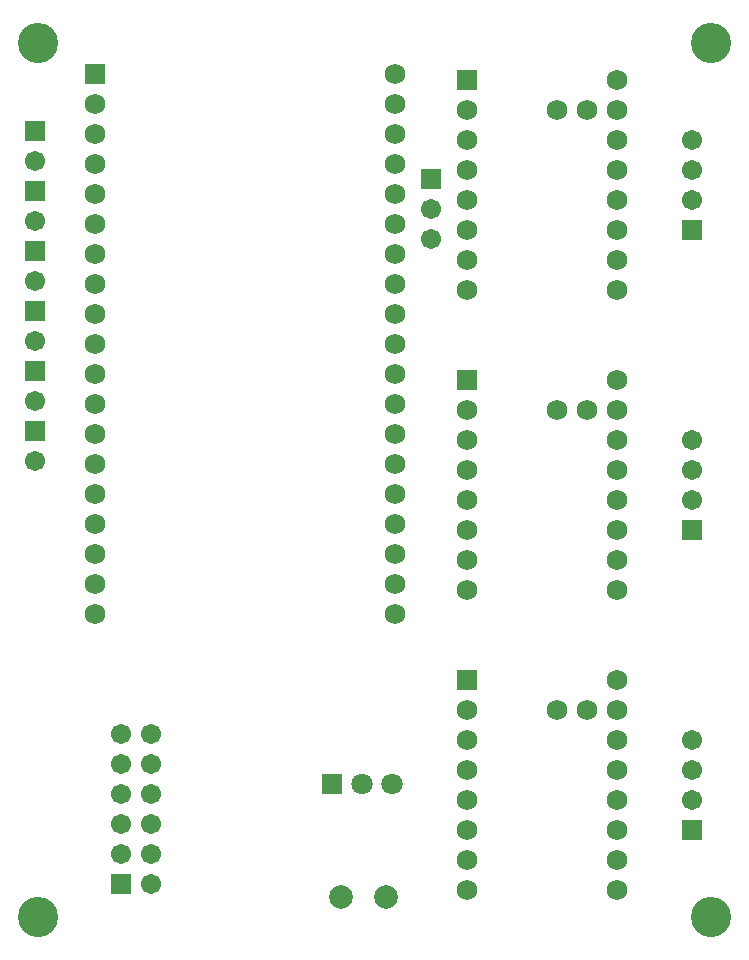
<source format=gbs>
G04*
G04 #@! TF.GenerationSoftware,Altium Limited,Altium Designer,19.1.8 (144)*
G04*
G04 Layer_Color=16711935*
%FSLAX43Y43*%
%MOMM*%
G71*
G01*
G75*
%ADD40C,1.733*%
%ADD41R,1.733X1.733*%
%ADD42C,1.703*%
%ADD43R,1.703X1.703*%
%ADD44C,1.803*%
%ADD45R,1.803X1.803*%
%ADD46C,2.003*%
%ADD47C,3.403*%
D40*
X142240Y117084D02*
D03*
Y114544D02*
D03*
Y112004D02*
D03*
Y109464D02*
D03*
Y106924D02*
D03*
Y104384D02*
D03*
Y101844D02*
D03*
Y99304D02*
D03*
Y96764D02*
D03*
Y94224D02*
D03*
Y91684D02*
D03*
Y89144D02*
D03*
Y86604D02*
D03*
Y84064D02*
D03*
Y81524D02*
D03*
Y78984D02*
D03*
Y76444D02*
D03*
Y73904D02*
D03*
Y71364D02*
D03*
X116840D02*
D03*
Y73904D02*
D03*
Y76444D02*
D03*
Y78984D02*
D03*
Y81524D02*
D03*
Y84064D02*
D03*
Y86604D02*
D03*
Y89144D02*
D03*
Y91684D02*
D03*
Y94224D02*
D03*
Y96764D02*
D03*
Y99304D02*
D03*
Y101844D02*
D03*
Y104384D02*
D03*
Y106924D02*
D03*
Y109464D02*
D03*
Y112004D02*
D03*
Y114544D02*
D03*
X161036Y65786D02*
D03*
Y63246D02*
D03*
Y60706D02*
D03*
Y58166D02*
D03*
Y55626D02*
D03*
Y53086D02*
D03*
Y50546D02*
D03*
Y48006D02*
D03*
X148336D02*
D03*
Y50546D02*
D03*
Y53086D02*
D03*
Y55626D02*
D03*
Y58166D02*
D03*
Y60706D02*
D03*
Y63246D02*
D03*
X161036Y116586D02*
D03*
Y114046D02*
D03*
Y111506D02*
D03*
Y108966D02*
D03*
Y106426D02*
D03*
Y103886D02*
D03*
Y101346D02*
D03*
Y98806D02*
D03*
X148336D02*
D03*
Y101346D02*
D03*
Y103886D02*
D03*
Y106426D02*
D03*
Y108966D02*
D03*
Y111506D02*
D03*
Y114046D02*
D03*
X161036Y91186D02*
D03*
Y88646D02*
D03*
Y86106D02*
D03*
Y83566D02*
D03*
Y81026D02*
D03*
Y78486D02*
D03*
Y75946D02*
D03*
Y73406D02*
D03*
X148336D02*
D03*
Y75946D02*
D03*
Y78486D02*
D03*
Y81026D02*
D03*
Y83566D02*
D03*
Y86106D02*
D03*
Y88646D02*
D03*
X158496Y63246D02*
D03*
X155956D02*
D03*
X158496Y88646D02*
D03*
X155956D02*
D03*
Y114046D02*
D03*
X158496D02*
D03*
D41*
X116840Y117084D02*
D03*
X148336Y65786D02*
D03*
Y116586D02*
D03*
Y91186D02*
D03*
D42*
X121539Y61214D02*
D03*
X118999D02*
D03*
X121539Y58674D02*
D03*
X118999D02*
D03*
X121539Y56134D02*
D03*
X118999D02*
D03*
X121539Y53594D02*
D03*
X118999D02*
D03*
X121539Y51054D02*
D03*
X118999D02*
D03*
X121539Y48514D02*
D03*
X111760Y99568D02*
D03*
Y104648D02*
D03*
Y109728D02*
D03*
Y89408D02*
D03*
Y94488D02*
D03*
X145288Y105664D02*
D03*
Y103124D02*
D03*
X167386Y60706D02*
D03*
Y58166D02*
D03*
Y55626D02*
D03*
Y111506D02*
D03*
Y108966D02*
D03*
Y106426D02*
D03*
Y86106D02*
D03*
Y83566D02*
D03*
Y81026D02*
D03*
X111760Y84328D02*
D03*
D43*
X118999Y48514D02*
D03*
X111760Y102108D02*
D03*
Y107188D02*
D03*
Y112268D02*
D03*
Y91948D02*
D03*
Y97028D02*
D03*
X145288Y108204D02*
D03*
X167386Y53086D02*
D03*
Y103886D02*
D03*
Y78486D02*
D03*
X111760Y86868D02*
D03*
D44*
X141986Y57023D02*
D03*
X139446D02*
D03*
D45*
X136906D02*
D03*
D46*
X137673Y47469D02*
D03*
X141483D02*
D03*
D47*
X169000Y119746D02*
D03*
X112000D02*
D03*
Y45746D02*
D03*
X169000D02*
D03*
M02*

</source>
